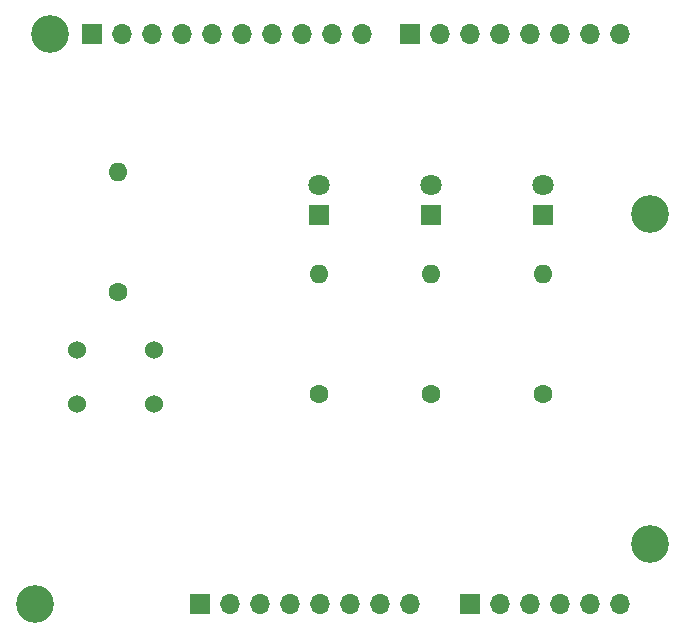
<source format=gbs>
%TF.GenerationSoftware,KiCad,Pcbnew,8.0.0*%
%TF.CreationDate,2024-03-31T18:51:28-04:00*%
%TF.ProjectId,2_spaceship_interface_shield,325f7370-6163-4657-9368-69705f696e74,rev?*%
%TF.SameCoordinates,Original*%
%TF.FileFunction,Soldermask,Bot*%
%TF.FilePolarity,Negative*%
%FSLAX46Y46*%
G04 Gerber Fmt 4.6, Leading zero omitted, Abs format (unit mm)*
G04 Created by KiCad (PCBNEW 8.0.0) date 2024-03-31 18:51:28*
%MOMM*%
%LPD*%
G01*
G04 APERTURE LIST*
%ADD10R,1.700000X1.700000*%
%ADD11O,1.700000X1.700000*%
%ADD12C,1.600000*%
%ADD13O,1.600000X1.600000*%
%ADD14R,1.800000X1.800000*%
%ADD15C,1.800000*%
%ADD16C,3.200000*%
%ADD17C,1.524000*%
G04 APERTURE END LIST*
D10*
%TO.C,J1*%
X27940000Y2540000D03*
D11*
X30480000Y2540000D03*
X33020000Y2540000D03*
X35560000Y2540000D03*
X38100000Y2540000D03*
X40640000Y2540000D03*
X43180000Y2540000D03*
X45720000Y2540000D03*
%TD*%
D10*
%TO.C,J3*%
X50800000Y2540000D03*
D11*
X53340000Y2540000D03*
X55880000Y2540000D03*
X58420000Y2540000D03*
X60960000Y2540000D03*
X63500000Y2540000D03*
%TD*%
D10*
%TO.C,J2*%
X18796000Y50800000D03*
D11*
X21336000Y50800000D03*
X23876000Y50800000D03*
X26416000Y50800000D03*
X28956000Y50800000D03*
X31496000Y50800000D03*
X34036000Y50800000D03*
X36576000Y50800000D03*
X39116000Y50800000D03*
X41656000Y50800000D03*
%TD*%
D10*
%TO.C,J4*%
X45720000Y50800000D03*
D11*
X48260000Y50800000D03*
X50800000Y50800000D03*
X53340000Y50800000D03*
X55880000Y50800000D03*
X58420000Y50800000D03*
X60960000Y50800000D03*
X63500000Y50800000D03*
%TD*%
D12*
%TO.C,R1*%
X21000000Y28920000D03*
D13*
X21000000Y39080000D03*
%TD*%
D12*
%TO.C,R3*%
X47500000Y20340000D03*
D13*
X47500000Y30500000D03*
%TD*%
D14*
%TO.C,D1*%
X57000000Y35460000D03*
D15*
X57000000Y38000000D03*
%TD*%
D14*
%TO.C,D2*%
X47500000Y35500000D03*
D15*
X47500000Y38040000D03*
%TD*%
D16*
%TO.C,MH1*%
X15240000Y50800000D03*
%TD*%
D12*
%TO.C,R4*%
X38000000Y20340000D03*
D13*
X38000000Y30500000D03*
%TD*%
D12*
%TO.C,R2*%
X57000000Y20340000D03*
D13*
X57000000Y30500000D03*
%TD*%
D14*
%TO.C,D3*%
X38000000Y35500000D03*
D15*
X38000000Y38040000D03*
%TD*%
D17*
%TO.C,SW1*%
X24000000Y19500000D03*
X17500000Y19500000D03*
X17500000Y24000000D03*
X24000000Y24000000D03*
%TD*%
D16*
%TO.C,MH2*%
X13970000Y2540000D03*
%TD*%
%TO.C,MH3*%
X66040000Y35560000D03*
%TD*%
%TO.C,MH4*%
X66040000Y7620000D03*
%TD*%
M02*

</source>
